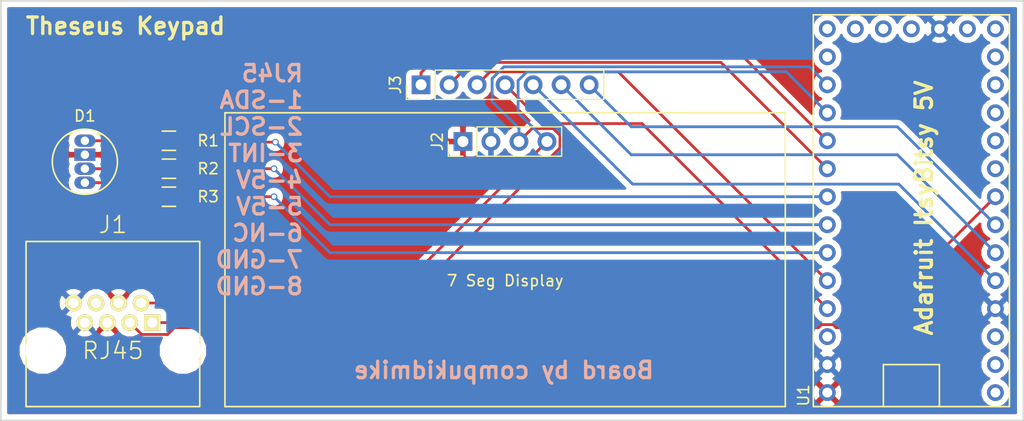
<source format=kicad_pcb>
(kicad_pcb (version 4) (host pcbnew 4.0.7)

  (general
    (links 27)
    (no_connects 0)
    (area 107.874999 77.394999 200.735001 115.645001)
    (thickness 1.6)
    (drawings 8)
    (tracks 80)
    (zones 0)
    (modules 8)
    (nets 36)
  )

  (page A4)
  (layers
    (0 F.Cu signal)
    (31 B.Cu signal)
    (32 B.Adhes user)
    (33 F.Adhes user)
    (34 B.Paste user)
    (35 F.Paste user)
    (36 B.SilkS user)
    (37 F.SilkS user)
    (38 B.Mask user)
    (39 F.Mask user)
    (40 Dwgs.User user)
    (41 Cmts.User user)
    (42 Eco1.User user)
    (43 Eco2.User user)
    (44 Edge.Cuts user)
    (45 Margin user)
    (46 B.CrtYd user)
    (47 F.CrtYd user)
    (48 B.Fab user)
    (49 F.Fab user hide)
  )

  (setup
    (last_trace_width 0.254)
    (trace_clearance 0.2)
    (zone_clearance 0.508)
    (zone_45_only no)
    (trace_min 0.2)
    (segment_width 0.2)
    (edge_width 0.15)
    (via_size 0.6)
    (via_drill 0.4)
    (via_min_size 0.4)
    (via_min_drill 0.3)
    (uvia_size 0.3)
    (uvia_drill 0.1)
    (uvias_allowed no)
    (uvia_min_size 0.2)
    (uvia_min_drill 0.1)
    (pcb_text_width 0.3)
    (pcb_text_size 1.5 1.5)
    (mod_edge_width 0.15)
    (mod_text_size 1 1)
    (mod_text_width 0.15)
    (pad_size 1.524 1.524)
    (pad_drill 0.762)
    (pad_to_mask_clearance 0.2)
    (aux_axis_origin 0 0)
    (visible_elements FFFFEF7F)
    (pcbplotparams
      (layerselection 0x010f0_80000001)
      (usegerberextensions true)
      (excludeedgelayer true)
      (linewidth 0.100000)
      (plotframeref false)
      (viasonmask false)
      (mode 1)
      (useauxorigin false)
      (hpglpennumber 1)
      (hpglpenspeed 20)
      (hpglpendiameter 15)
      (hpglpenoverlay 2)
      (psnegative false)
      (psa4output false)
      (plotreference true)
      (plotvalue true)
      (plotinvisibletext false)
      (padsonsilk false)
      (subtractmaskfromsilk false)
      (outputformat 1)
      (mirror false)
      (drillshape 0)
      (scaleselection 1)
      (outputdirectory ""))
  )

  (net 0 "")
  (net 1 +5V)
  (net 2 "Net-(D1-Pad3)")
  (net 3 "Net-(D1-Pad4)")
  (net 4 SDA)
  (net 5 SCL)
  (net 6 INT)
  (net 7 "Net-(J1-Pad6)")
  (net 8 GND)
  (net 9 KEY1)
  (net 10 KEY2)
  (net 11 KEY3)
  (net 12 KEY4)
  (net 13 KEY5)
  (net 14 KEY6)
  (net 15 KEY7)
  (net 16 LEDR)
  (net 17 LEDG)
  (net 18 LEDB)
  (net 19 "Net-(U1-Pad14)")
  (net 20 "Net-(U1-Pad13)")
  (net 21 "Net-(U1-Pad12)")
  (net 22 "Net-(U1-Pad11)")
  (net 23 "Net-(U1-Pad10)")
  (net 24 "Net-(U1-Pad9)")
  (net 25 "Net-(U1-Pad1)")
  (net 26 "Net-(U1-Pad2)")
  (net 27 "Net-(U1-Pad3)")
  (net 28 "Net-(U1-Pad31)")
  (net 29 "Net-(U1-Pad21)")
  (net 30 "Net-(U1-Pad20)")
  (net 31 "Net-(U1-Pad19)")
  (net 32 "Net-(U1-Pad18)")
  (net 33 "Net-(U1-Pad17)")
  (net 34 "Net-(U1-Pad15)")
  (net 35 "Net-(D1-Pad1)")

  (net_class Default "This is the default net class."
    (clearance 0.2)
    (trace_width 0.254)
    (via_dia 0.6)
    (via_drill 0.4)
    (uvia_dia 0.3)
    (uvia_drill 0.1)
    (add_net +5V)
    (add_net GND)
    (add_net INT)
    (add_net KEY1)
    (add_net KEY2)
    (add_net KEY3)
    (add_net KEY4)
    (add_net KEY5)
    (add_net KEY6)
    (add_net KEY7)
    (add_net LEDB)
    (add_net LEDG)
    (add_net LEDR)
    (add_net "Net-(D1-Pad1)")
    (add_net "Net-(D1-Pad3)")
    (add_net "Net-(D1-Pad4)")
    (add_net "Net-(J1-Pad6)")
    (add_net "Net-(U1-Pad1)")
    (add_net "Net-(U1-Pad10)")
    (add_net "Net-(U1-Pad11)")
    (add_net "Net-(U1-Pad12)")
    (add_net "Net-(U1-Pad13)")
    (add_net "Net-(U1-Pad14)")
    (add_net "Net-(U1-Pad15)")
    (add_net "Net-(U1-Pad17)")
    (add_net "Net-(U1-Pad18)")
    (add_net "Net-(U1-Pad19)")
    (add_net "Net-(U1-Pad2)")
    (add_net "Net-(U1-Pad20)")
    (add_net "Net-(U1-Pad21)")
    (add_net "Net-(U1-Pad3)")
    (add_net "Net-(U1-Pad31)")
    (add_net "Net-(U1-Pad9)")
    (add_net SCL)
    (add_net SDA)
  )

  (module Pin_Headers:Pin_Header_Straight_1x04_Pitch2.54mm (layer F.Cu) (tedit 5AEBC47F) (tstamp 5AEBCBBD)
    (at 153.67 90.17)
    (descr "Through hole straight pin header, 1x04, 2.54mm pitch, single row")
    (tags "Through hole pin header THT 1x04 2.54mm single row")
    (path /5AD09E8D)
    (fp_text reference J2 (at -6.154483 0.072409 90) (layer F.SilkS)
      (effects (font (size 1 1) (thickness 0.15)))
    )
    (fp_text value Conn_01x04_Female (at 0 9.95) (layer F.Fab)
      (effects (font (size 1 1) (thickness 0.15)))
    )
    (fp_text user "7 Seg Display" (at 0 12.7) (layer F.SilkS)
      (effects (font (size 1 1) (thickness 0.15)))
    )
    (fp_line (start -25.4 24.13) (end -25.4 -2.54) (layer F.SilkS) (width 0.15))
    (fp_line (start 25.4 24.13) (end -25.4 24.13) (layer F.SilkS) (width 0.15))
    (fp_line (start 25.4 -2.54) (end 25.4 24.13) (layer F.SilkS) (width 0.15))
    (fp_line (start -25.4 -2.54) (end 25.4 -2.54) (layer F.SilkS) (width 0.15))
    (fp_line (start -5.094483 0.707409) (end -5.094483 -1.197591) (layer F.Fab) (width 0.1))
    (fp_line (start -5.094483 -1.197591) (end 5.065517 -1.197591) (layer F.Fab) (width 0.1))
    (fp_line (start 5.065517 -1.197591) (end 5.065517 1.342409) (layer F.Fab) (width 0.1))
    (fp_line (start 5.065517 1.342409) (end -4.459483 1.342409) (layer F.Fab) (width 0.1))
    (fp_line (start -4.459483 1.342409) (end -5.094483 0.707409) (layer F.Fab) (width 0.1))
    (fp_line (start 5.125517 1.402409) (end 5.125517 -1.257591) (layer F.SilkS) (width 0.12))
    (fp_line (start -2.554483 1.402409) (end 5.125517 1.402409) (layer F.SilkS) (width 0.12))
    (fp_line (start -2.554483 -1.257591) (end 5.125517 -1.257591) (layer F.SilkS) (width 0.12))
    (fp_line (start -2.554483 1.402409) (end -2.554483 -1.257591) (layer F.SilkS) (width 0.12))
    (fp_line (start -3.824483 1.402409) (end -5.154483 1.402409) (layer F.SilkS) (width 0.12))
    (fp_line (start -5.154483 1.402409) (end -5.154483 0.072409) (layer F.SilkS) (width 0.12))
    (fp_line (start -1.8 -1.8) (end -1.8 9.4) (layer F.CrtYd) (width 0.05))
    (fp_line (start -1.8 9.4) (end 1.8 9.4) (layer F.CrtYd) (width 0.05))
    (fp_line (start 1.8 9.4) (end 1.8 -1.8) (layer F.CrtYd) (width 0.05))
    (fp_line (start -5.624483 -1.727591) (end -5.624483 1.872409) (layer F.CrtYd) (width 0.05))
    (fp_text user %R (at -0.014483 0.072409 180) (layer F.Fab)
      (effects (font (size 1 1) (thickness 0.15)))
    )
    (pad 1 thru_hole rect (at -3.824483 0.072409 90) (size 1.7 1.7) (drill 1) (layers *.Cu *.Mask)
      (net 1 +5V))
    (pad 2 thru_hole oval (at -1.284483 0.072409 90) (size 1.7 1.7) (drill 1) (layers *.Cu *.Mask)
      (net 8 GND))
    (pad 3 thru_hole oval (at 1.255517 0.072409 90) (size 1.7 1.7) (drill 1) (layers *.Cu *.Mask)
      (net 4 SDA))
    (pad 4 thru_hole oval (at 3.795517 0.072409 90) (size 1.7 1.7) (drill 1) (layers *.Cu *.Mask)
      (net 5 SCL))
    (model ${KISYS3DMOD}/Pin_Headers.3dshapes/Pin_Header_Straight_1x04_Pitch2.54mm.wrl
      (at (xyz 0 0 0))
      (scale (xyz 1 1 1))
      (rotate (xyz 0 0 0))
    )
  )

  (module LEDs:LED-RGB-5MM_Common_Cathode (layer F.Cu) (tedit 55A0859C) (tstamp 5AEBCBA7)
    (at 115.57 90.17)
    (descr "5mm common cathode RGB LED")
    (tags "RGB LED 5mm Common Cathode")
    (path /5AEBEBF1)
    (fp_text reference D1 (at 0 -2.25) (layer F.SilkS)
      (effects (font (size 1 1) (thickness 0.15)))
    )
    (fp_text value LED_ARGB2 (at 0 6.25) (layer F.Fab)
      (effects (font (size 1 1) (thickness 0.15)))
    )
    (fp_circle (center 0 1.905) (end 3.2 1.905) (layer F.CrtYd) (width 0.05))
    (fp_line (start -1.1 -0.595) (end -1.55 -0.595) (layer F.SilkS) (width 0.15))
    (fp_circle (center 0 1.905) (end 2.95 1.905) (layer F.SilkS) (width 0.15))
    (fp_line (start 1.1 -0.595) (end 1.55 -0.595) (layer F.SilkS) (width 0.15))
    (pad 1 thru_hole oval (at 0 0) (size 1.905 1.1176) (drill 0.762) (layers *.Cu *.Mask)
      (net 35 "Net-(D1-Pad1)"))
    (pad 2 thru_hole rect (at 0 1.27) (size 1.905 1.1176) (drill 0.762) (layers *.Cu *.Mask)
      (net 1 +5V))
    (pad 3 thru_hole oval (at 0 2.54) (size 1.905 1.1176) (drill 0.762) (layers *.Cu *.Mask)
      (net 2 "Net-(D1-Pad3)"))
    (pad 4 thru_hole oval (at 0 3.81) (size 1.905 1.1176) (drill 0.762) (layers *.Cu *.Mask)
      (net 3 "Net-(D1-Pad4)"))
  )

  (module RJ45:RJ45-8 (layer F.Cu) (tedit 5AEB9128) (tstamp 5AEBCBB5)
    (at 118.11 109.22)
    (path /5AD09F32)
    (attr virtual)
    (fp_text reference J1 (at 0 -11.43) (layer F.SilkS)
      (effects (font (thickness 0.15)))
    )
    (fp_text value RJ45 (at 0 0) (layer F.SilkS)
      (effects (font (thickness 0.15)))
    )
    (fp_line (start -7.62 -9.906) (end 7.874 -9.906) (layer F.SilkS) (width 0.15))
    (fp_line (start 7.874 -9.906) (end 7.874 5.08) (layer F.SilkS) (width 0.15))
    (fp_line (start 7.874 5.08) (end -7.874 5.08) (layer F.SilkS) (width 0.15))
    (fp_line (start -7.874 5.08) (end -7.874 -9.906) (layer F.SilkS) (width 0.15))
    (fp_line (start -7.874 -9.906) (end -7.62 -9.906) (layer F.SilkS) (width 0.15))
    (pad "" np_thru_hole circle (at -6.35 0) (size 3.2 3.2) (drill 3.2) (layers *.Cu *.Mask))
    (pad 1 thru_hole rect (at 3.57 -2.54) (size 1.5 1.5) (drill 0.9) (layers *.Cu *.Mask F.Paste F.SilkS)
      (net 4 SDA))
    (pad 2 thru_hole circle (at 2.55 -4.32) (size 1.5 1.5) (drill 0.9) (layers *.Cu *.Mask F.Paste F.SilkS)
      (net 5 SCL))
    (pad 3 thru_hole circle (at 1.53 -2.54) (size 1.5 1.5) (drill 0.9) (layers *.Cu *.Mask F.Paste F.SilkS)
      (net 6 INT))
    (pad 4 thru_hole circle (at 0.51 -4.32) (size 1.5 1.5) (drill 0.9) (layers *.Cu *.Mask F.Paste F.SilkS)
      (net 1 +5V))
    (pad 5 thru_hole circle (at -0.51 -2.54) (size 1.5 1.5) (drill 0.9) (layers *.Cu *.Mask F.Paste F.SilkS)
      (net 1 +5V))
    (pad 6 thru_hole circle (at -1.53 -4.32) (size 1.5 1.5) (drill 0.9) (layers *.Cu *.Mask F.Paste F.SilkS)
      (net 7 "Net-(J1-Pad6)"))
    (pad 7 thru_hole circle (at -2.55 -2.54) (size 1.5 1.5) (drill 0.9) (layers *.Cu *.Mask F.Paste F.SilkS)
      (net 8 GND))
    (pad 8 thru_hole circle (at -3.57 -4.32) (size 1.5 1.5) (drill 0.9) (layers *.Cu *.Mask F.Paste F.SilkS)
      (net 8 GND))
    (pad "" np_thru_hole circle (at 6.35 0) (size 3.2 3.2) (drill 3.2) (layers *.Cu *.Mask))
  )

  (module Pin_Headers:Pin_Header_Straight_1x07_Pitch2.54mm (layer F.Cu) (tedit 59650532) (tstamp 5AEBCBC8)
    (at 146.05 85.09 90)
    (descr "Through hole straight pin header, 1x07, 2.54mm pitch, single row")
    (tags "Through hole pin header THT 1x07 2.54mm single row")
    (path /5AD09E34)
    (fp_text reference J3 (at 0 -2.33 90) (layer F.SilkS)
      (effects (font (size 1 1) (thickness 0.15)))
    )
    (fp_text value Conn_01x07_Male (at 0 17.57 90) (layer F.Fab)
      (effects (font (size 1 1) (thickness 0.15)))
    )
    (fp_line (start -0.635 -1.27) (end 1.27 -1.27) (layer F.Fab) (width 0.1))
    (fp_line (start 1.27 -1.27) (end 1.27 16.51) (layer F.Fab) (width 0.1))
    (fp_line (start 1.27 16.51) (end -1.27 16.51) (layer F.Fab) (width 0.1))
    (fp_line (start -1.27 16.51) (end -1.27 -0.635) (layer F.Fab) (width 0.1))
    (fp_line (start -1.27 -0.635) (end -0.635 -1.27) (layer F.Fab) (width 0.1))
    (fp_line (start -1.33 16.57) (end 1.33 16.57) (layer F.SilkS) (width 0.12))
    (fp_line (start -1.33 1.27) (end -1.33 16.57) (layer F.SilkS) (width 0.12))
    (fp_line (start 1.33 1.27) (end 1.33 16.57) (layer F.SilkS) (width 0.12))
    (fp_line (start -1.33 1.27) (end 1.33 1.27) (layer F.SilkS) (width 0.12))
    (fp_line (start -1.33 0) (end -1.33 -1.33) (layer F.SilkS) (width 0.12))
    (fp_line (start -1.33 -1.33) (end 0 -1.33) (layer F.SilkS) (width 0.12))
    (fp_line (start -1.8 -1.8) (end -1.8 17.05) (layer F.CrtYd) (width 0.05))
    (fp_line (start -1.8 17.05) (end 1.8 17.05) (layer F.CrtYd) (width 0.05))
    (fp_line (start 1.8 17.05) (end 1.8 -1.8) (layer F.CrtYd) (width 0.05))
    (fp_line (start 1.8 -1.8) (end -1.8 -1.8) (layer F.CrtYd) (width 0.05))
    (fp_text user %R (at 0 7.62 180) (layer F.Fab)
      (effects (font (size 1 1) (thickness 0.15)))
    )
    (pad 1 thru_hole rect (at 0 0 90) (size 1.7 1.7) (drill 1) (layers *.Cu *.Mask)
      (net 9 KEY1))
    (pad 2 thru_hole oval (at 0 2.54 90) (size 1.7 1.7) (drill 1) (layers *.Cu *.Mask)
      (net 10 KEY2))
    (pad 3 thru_hole oval (at 0 5.08 90) (size 1.7 1.7) (drill 1) (layers *.Cu *.Mask)
      (net 11 KEY3))
    (pad 4 thru_hole oval (at 0 7.62 90) (size 1.7 1.7) (drill 1) (layers *.Cu *.Mask)
      (net 12 KEY4))
    (pad 5 thru_hole oval (at 0 10.16 90) (size 1.7 1.7) (drill 1) (layers *.Cu *.Mask)
      (net 13 KEY5))
    (pad 6 thru_hole oval (at 0 12.7 90) (size 1.7 1.7) (drill 1) (layers *.Cu *.Mask)
      (net 14 KEY6))
    (pad 7 thru_hole oval (at 0 15.24 90) (size 1.7 1.7) (drill 1) (layers *.Cu *.Mask)
      (net 15 KEY7))
    (model ${KISYS3DMOD}/Pin_Headers.3dshapes/Pin_Header_Straight_1x07_Pitch2.54mm.wrl
      (at (xyz 0 0 0))
      (scale (xyz 1 1 1))
      (rotate (xyz 0 0 0))
    )
  )

  (module Resistors_SMD:R_0805_HandSoldering (layer F.Cu) (tedit 58307B90) (tstamp 5AEBCBCE)
    (at 123.19 90.17)
    (descr "Resistor SMD 0805, hand soldering")
    (tags "resistor 0805")
    (path /5AD0A0FA)
    (attr smd)
    (fp_text reference R1 (at 3.556 0) (layer F.SilkS)
      (effects (font (size 1 1) (thickness 0.15)))
    )
    (fp_text value R (at 0 2.1) (layer F.Fab)
      (effects (font (size 1 1) (thickness 0.15)))
    )
    (fp_line (start -1 0.625) (end -1 -0.625) (layer F.Fab) (width 0.1))
    (fp_line (start 1 0.625) (end -1 0.625) (layer F.Fab) (width 0.1))
    (fp_line (start 1 -0.625) (end 1 0.625) (layer F.Fab) (width 0.1))
    (fp_line (start -1 -0.625) (end 1 -0.625) (layer F.Fab) (width 0.1))
    (fp_line (start -2.4 -1) (end 2.4 -1) (layer F.CrtYd) (width 0.05))
    (fp_line (start -2.4 1) (end 2.4 1) (layer F.CrtYd) (width 0.05))
    (fp_line (start -2.4 -1) (end -2.4 1) (layer F.CrtYd) (width 0.05))
    (fp_line (start 2.4 -1) (end 2.4 1) (layer F.CrtYd) (width 0.05))
    (fp_line (start 0.6 0.875) (end -0.6 0.875) (layer F.SilkS) (width 0.15))
    (fp_line (start -0.6 -0.875) (end 0.6 -0.875) (layer F.SilkS) (width 0.15))
    (pad 1 smd rect (at -1.35 0) (size 1.5 1.3) (layers F.Cu F.Paste F.Mask)
      (net 35 "Net-(D1-Pad1)"))
    (pad 2 smd rect (at 1.35 0) (size 1.5 1.3) (layers F.Cu F.Paste F.Mask)
      (net 16 LEDR))
    (model Resistors_SMD.3dshapes/R_0805_HandSoldering.wrl
      (at (xyz 0 0 0))
      (scale (xyz 1 1 1))
      (rotate (xyz 0 0 0))
    )
  )

  (module Resistors_SMD:R_0805_HandSoldering (layer F.Cu) (tedit 58307B90) (tstamp 5AEBCBD4)
    (at 123.19 92.71)
    (descr "Resistor SMD 0805, hand soldering")
    (tags "resistor 0805")
    (path /5AD0A196)
    (attr smd)
    (fp_text reference R2 (at 3.556 0) (layer F.SilkS)
      (effects (font (size 1 1) (thickness 0.15)))
    )
    (fp_text value R (at 0 2.1) (layer F.Fab)
      (effects (font (size 1 1) (thickness 0.15)))
    )
    (fp_line (start -1 0.625) (end -1 -0.625) (layer F.Fab) (width 0.1))
    (fp_line (start 1 0.625) (end -1 0.625) (layer F.Fab) (width 0.1))
    (fp_line (start 1 -0.625) (end 1 0.625) (layer F.Fab) (width 0.1))
    (fp_line (start -1 -0.625) (end 1 -0.625) (layer F.Fab) (width 0.1))
    (fp_line (start -2.4 -1) (end 2.4 -1) (layer F.CrtYd) (width 0.05))
    (fp_line (start -2.4 1) (end 2.4 1) (layer F.CrtYd) (width 0.05))
    (fp_line (start -2.4 -1) (end -2.4 1) (layer F.CrtYd) (width 0.05))
    (fp_line (start 2.4 -1) (end 2.4 1) (layer F.CrtYd) (width 0.05))
    (fp_line (start 0.6 0.875) (end -0.6 0.875) (layer F.SilkS) (width 0.15))
    (fp_line (start -0.6 -0.875) (end 0.6 -0.875) (layer F.SilkS) (width 0.15))
    (pad 1 smd rect (at -1.35 0) (size 1.5 1.3) (layers F.Cu F.Paste F.Mask)
      (net 2 "Net-(D1-Pad3)"))
    (pad 2 smd rect (at 1.35 0) (size 1.5 1.3) (layers F.Cu F.Paste F.Mask)
      (net 17 LEDG))
    (model Resistors_SMD.3dshapes/R_0805_HandSoldering.wrl
      (at (xyz 0 0 0))
      (scale (xyz 1 1 1))
      (rotate (xyz 0 0 0))
    )
  )

  (module Resistors_SMD:R_0805_HandSoldering (layer F.Cu) (tedit 58307B90) (tstamp 5AEBCBDA)
    (at 123.19 95.25)
    (descr "Resistor SMD 0805, hand soldering")
    (tags "resistor 0805")
    (path /5AD0A1BB)
    (attr smd)
    (fp_text reference R3 (at 3.556 0) (layer F.SilkS)
      (effects (font (size 1 1) (thickness 0.15)))
    )
    (fp_text value R (at 0 2.1) (layer F.Fab)
      (effects (font (size 1 1) (thickness 0.15)))
    )
    (fp_line (start -1 0.625) (end -1 -0.625) (layer F.Fab) (width 0.1))
    (fp_line (start 1 0.625) (end -1 0.625) (layer F.Fab) (width 0.1))
    (fp_line (start 1 -0.625) (end 1 0.625) (layer F.Fab) (width 0.1))
    (fp_line (start -1 -0.625) (end 1 -0.625) (layer F.Fab) (width 0.1))
    (fp_line (start -2.4 -1) (end 2.4 -1) (layer F.CrtYd) (width 0.05))
    (fp_line (start -2.4 1) (end 2.4 1) (layer F.CrtYd) (width 0.05))
    (fp_line (start -2.4 -1) (end -2.4 1) (layer F.CrtYd) (width 0.05))
    (fp_line (start 2.4 -1) (end 2.4 1) (layer F.CrtYd) (width 0.05))
    (fp_line (start 0.6 0.875) (end -0.6 0.875) (layer F.SilkS) (width 0.15))
    (fp_line (start -0.6 -0.875) (end 0.6 -0.875) (layer F.SilkS) (width 0.15))
    (pad 1 smd rect (at -1.35 0) (size 1.5 1.3) (layers F.Cu F.Paste F.Mask)
      (net 3 "Net-(D1-Pad4)"))
    (pad 2 smd rect (at 1.35 0) (size 1.5 1.3) (layers F.Cu F.Paste F.Mask)
      (net 18 LEDB))
    (model Resistors_SMD.3dshapes/R_0805_HandSoldering.wrl
      (at (xyz 0 0 0))
      (scale (xyz 1 1 1))
      (rotate (xyz 0 0 0))
    )
  )

  (module ItsyBitsy:ItsyBitsy (layer F.Cu) (tedit 5AEBC260) (tstamp 5AEBCBFF)
    (at 190.5 96.52 90)
    (path /5AEBC7BF)
    (fp_text reference U1 (at -16.764 -9.779 90) (layer F.SilkS)
      (effects (font (size 1 1) (thickness 0.15)))
    )
    (fp_text value ItsyBitsy (at 0 0 90) (layer F.Fab)
      (effects (font (size 1 1) (thickness 0.15)))
    )
    (fp_line (start -13.97 2.54) (end -17.78 2.54) (layer F.SilkS) (width 0.15))
    (fp_line (start -13.97 -2.54) (end -13.97 2.54) (layer F.SilkS) (width 0.15))
    (fp_line (start -17.78 -2.54) (end -13.97 -2.54) (layer F.SilkS) (width 0.15))
    (fp_line (start -17.78 8.89) (end -17.78 -8.89) (layer F.SilkS) (width 0.15))
    (fp_line (start 17.78 8.89) (end -17.78 8.89) (layer F.SilkS) (width 0.15))
    (fp_line (start 17.78 -8.89) (end 17.78 8.89) (layer F.SilkS) (width 0.15))
    (fp_line (start -17.78 -8.89) (end 17.78 -8.89) (layer F.SilkS) (width 0.15))
    (pad 14 thru_hole circle (at 16.51 7.62 90) (size 1.524 1.524) (drill 0.9) (layers *.Cu *.Mask)
      (net 19 "Net-(U1-Pad14)"))
    (pad 13 thru_hole circle (at 13.97 7.62 90) (size 1.524 1.524) (drill 0.9) (layers *.Cu *.Mask)
      (net 20 "Net-(U1-Pad13)"))
    (pad 12 thru_hole circle (at 11.43 7.62 90) (size 1.524 1.524) (drill 0.9) (layers *.Cu *.Mask)
      (net 21 "Net-(U1-Pad12)"))
    (pad 11 thru_hole circle (at 8.89 7.62 90) (size 1.524 1.524) (drill 0.9) (layers *.Cu *.Mask)
      (net 22 "Net-(U1-Pad11)"))
    (pad 10 thru_hole circle (at 6.35 7.62 90) (size 1.524 1.524) (drill 0.9) (layers *.Cu *.Mask)
      (net 23 "Net-(U1-Pad10)"))
    (pad 9 thru_hole circle (at 3.81 7.62 90) (size 1.524 1.524) (drill 0.9) (layers *.Cu *.Mask)
      (net 24 "Net-(U1-Pad9)"))
    (pad 8 thru_hole circle (at 1.27 7.62 90) (size 1.524 1.524) (drill 0.9) (layers *.Cu *.Mask)
      (net 6 INT))
    (pad 1 thru_hole circle (at -16.51 7.62 90) (size 1.524 1.524) (drill 0.9) (layers *.Cu *.Mask)
      (net 25 "Net-(U1-Pad1)"))
    (pad 2 thru_hole circle (at -13.97 7.62 90) (size 1.524 1.524) (drill 0.9) (layers *.Cu *.Mask)
      (net 26 "Net-(U1-Pad2)"))
    (pad 3 thru_hole circle (at -11.43 7.62 90) (size 1.524 1.524) (drill 0.9) (layers *.Cu *.Mask)
      (net 27 "Net-(U1-Pad3)"))
    (pad 4 thru_hole circle (at -8.89 7.62 90) (size 1.524 1.524) (drill 0.9) (layers *.Cu *.Mask)
      (net 8 GND))
    (pad 5 thru_hole circle (at -6.35 7.62 90) (size 1.524 1.524) (drill 0.9) (layers *.Cu *.Mask)
      (net 13 KEY5))
    (pad 6 thru_hole circle (at -3.81 7.62 90) (size 1.524 1.524) (drill 0.9) (layers *.Cu *.Mask)
      (net 14 KEY6))
    (pad 7 thru_hole circle (at -1.27 7.62 90) (size 1.524 1.524) (drill 0.9) (layers *.Cu *.Mask)
      (net 15 KEY7))
    (pad 27 thru_hole circle (at -1.27 -7.62 90) (size 1.524 1.524) (drill 0.9) (layers *.Cu *.Mask)
      (net 17 LEDG))
    (pad 28 thru_hole circle (at -3.81 -7.62 90) (size 1.524 1.524) (drill 0.9) (layers *.Cu *.Mask)
      (net 18 LEDB))
    (pad 29 thru_hole circle (at -6.35 -7.62 90) (size 1.524 1.524) (drill 0.9) (layers *.Cu *.Mask)
      (net 11 KEY3))
    (pad 30 thru_hole circle (at -8.89 -7.62 90) (size 1.524 1.524) (drill 0.9) (layers *.Cu *.Mask)
      (net 12 KEY4))
    (pad 31 thru_hole circle (at -11.43 -7.62 90) (size 1.524 1.524) (drill 0.9) (layers *.Cu *.Mask)
      (net 28 "Net-(U1-Pad31)"))
    (pad 32 thru_hole circle (at -13.97 -7.62 90) (size 1.524 1.524) (drill 0.9) (layers *.Cu *.Mask)
      (net 8 GND))
    (pad 33 thru_hole circle (at -16.51 -7.62 90) (size 1.524 1.524) (drill 0.9) (layers *.Cu *.Mask)
      (net 1 +5V))
    (pad 26 thru_hole circle (at 1.27 -7.62 90) (size 1.524 1.524) (drill 0.9) (layers *.Cu *.Mask)
      (net 16 LEDR))
    (pad 25 thru_hole circle (at 3.81 -7.62 90) (size 1.524 1.524) (drill 0.9) (layers *.Cu *.Mask)
      (net 10 KEY2))
    (pad 24 thru_hole circle (at 6.35 -7.62 90) (size 1.524 1.524) (drill 0.9) (layers *.Cu *.Mask)
      (net 9 KEY1))
    (pad 23 thru_hole circle (at 8.89 -7.62 90) (size 1.524 1.524) (drill 0.9) (layers *.Cu *.Mask)
      (net 5 SCL))
    (pad 22 thru_hole circle (at 11.43 -7.62 90) (size 1.524 1.524) (drill 0.9) (layers *.Cu *.Mask)
      (net 4 SDA))
    (pad 21 thru_hole circle (at 13.97 -7.62 90) (size 1.524 1.524) (drill 0.9) (layers *.Cu *.Mask)
      (net 29 "Net-(U1-Pad21)"))
    (pad 20 thru_hole circle (at 16.51 -7.62 90) (size 1.524 1.524) (drill 0.9) (layers *.Cu *.Mask)
      (net 30 "Net-(U1-Pad20)"))
    (pad 19 thru_hole circle (at 16.51 -5.08 90) (size 1.524 1.524) (drill 0.9) (layers *.Cu *.Mask)
      (net 31 "Net-(U1-Pad19)"))
    (pad 18 thru_hole circle (at 16.51 -2.54 90) (size 1.524 1.524) (drill 0.9) (layers *.Cu *.Mask)
      (net 32 "Net-(U1-Pad18)"))
    (pad 17 thru_hole circle (at 16.51 0 90) (size 1.524 1.524) (drill 0.9) (layers *.Cu *.Mask)
      (net 33 "Net-(U1-Pad17)"))
    (pad 16 thru_hole circle (at 16.51 2.54 90) (size 1.524 1.524) (drill 0.9) (layers *.Cu *.Mask)
      (net 8 GND))
    (pad 15 thru_hole circle (at 16.51 5.08 90) (size 1.524 1.524) (drill 0.9) (layers *.Cu *.Mask)
      (net 34 "Net-(U1-Pad15)"))
  )

  (gr_text "Board by compukidmike" (at 153.543 110.998) (layer B.SilkS)
    (effects (font (size 1.5 1.5) (thickness 0.3)) (justify mirror))
  )
  (gr_text "RJ45\n1-SDA\n2-SCL\n3-INT\n4-5V\n5-5V\n6-NC\n7-GND\n8-GND" (at 135.509 93.726) (layer B.SilkS)
    (effects (font (size 1.5 1.5) (thickness 0.3)) (justify left mirror))
  )
  (gr_text "Adafruit ItsyBitsy 5V" (at 191.643 96.266 90) (layer F.SilkS)
    (effects (font (size 1.5 1.5) (thickness 0.3)))
  )
  (gr_text "Theseus Keypad" (at 119.253 79.756) (layer F.SilkS)
    (effects (font (size 1.5 1.5) (thickness 0.3)))
  )
  (gr_line (start 200.66 77.47) (end 200.66 115.57) (angle 90) (layer Edge.Cuts) (width 0.15))
  (gr_line (start 107.95 77.47) (end 200.66 77.47) (angle 90) (layer Edge.Cuts) (width 0.15))
  (gr_line (start 107.95 115.57) (end 107.95 77.47) (angle 90) (layer Edge.Cuts) (width 0.15))
  (gr_line (start 200.66 115.57) (end 107.95 115.57) (angle 90) (layer Edge.Cuts) (width 0.15))

  (segment (start 115.57 92.71) (end 121.84 92.71) (width 0.254) (layer F.Cu) (net 2))
  (segment (start 118.11 93.98) (end 119.38 95.25) (width 0.254) (layer F.Cu) (net 3))
  (segment (start 119.38 95.25) (end 121.84 95.25) (width 0.254) (layer F.Cu) (net 3))
  (segment (start 115.57 93.98) (end 118.11 93.98) (width 0.254) (layer F.Cu) (net 3))
  (segment (start 154.925517 90.242409) (end 154.925517 89.040328) (width 0.254) (layer B.Cu) (net 4))
  (segment (start 152.492999 84.525039) (end 153.559049 83.458989) (width 0.254) (layer B.Cu) (net 4))
  (segment (start 154.925517 89.040328) (end 152.492999 86.60781) (width 0.254) (layer B.Cu) (net 4))
  (segment (start 152.492999 86.60781) (end 152.492999 84.525039) (width 0.254) (layer B.Cu) (net 4))
  (segment (start 153.559049 83.458989) (end 181.248989 83.458989) (width 0.254) (layer B.Cu) (net 4))
  (segment (start 181.248989 83.458989) (end 182.118001 84.328001) (width 0.254) (layer B.Cu) (net 4))
  (segment (start 182.118001 84.328001) (end 182.88 85.09) (width 0.254) (layer B.Cu) (net 4))
  (segment (start 121.68 106.68) (end 142.769888 106.68) (width 0.254) (layer F.Cu) (net 4))
  (segment (start 158.642518 89.677448) (end 158.030478 89.065408) (width 0.254) (layer F.Cu) (net 4))
  (segment (start 142.769888 106.68) (end 158.642518 90.80737) (width 0.254) (layer F.Cu) (net 4))
  (segment (start 158.642518 90.80737) (end 158.642518 89.677448) (width 0.254) (layer F.Cu) (net 4))
  (segment (start 158.030478 89.065408) (end 156.102518 89.065408) (width 0.254) (layer F.Cu) (net 4))
  (segment (start 156.102518 89.065408) (end 155.775516 89.39241) (width 0.254) (layer F.Cu) (net 4))
  (segment (start 155.775516 89.39241) (end 154.925517 90.242409) (width 0.254) (layer F.Cu) (net 4))
  (segment (start 157.465517 90.242409) (end 154.847001 87.623893) (width 0.254) (layer B.Cu) (net 5))
  (segment (start 154.847001 87.623893) (end 154.847001 84.711037) (width 0.254) (layer B.Cu) (net 5))
  (segment (start 154.847001 84.711037) (end 155.645039 83.912999) (width 0.254) (layer B.Cu) (net 5))
  (segment (start 155.645039 83.912999) (end 179.162999 83.912999) (width 0.254) (layer B.Cu) (net 5))
  (segment (start 179.162999 83.912999) (end 182.118001 86.868001) (width 0.254) (layer B.Cu) (net 5))
  (segment (start 182.118001 86.868001) (end 182.88 87.63) (width 0.254) (layer B.Cu) (net 5))
  (segment (start 120.66 104.9) (end 142.807926 104.9) (width 0.254) (layer F.Cu) (net 5))
  (segment (start 142.807926 104.9) (end 157.465517 90.242409) (width 0.254) (layer F.Cu) (net 5))
  (segment (start 119.64 106.68) (end 120.717001 107.757001) (width 0.254) (layer F.Cu) (net 6))
  (segment (start 189.410999 104.086001) (end 189.410999 103.959001) (width 0.254) (layer F.Cu) (net 6))
  (segment (start 120.717001 107.757001) (end 123.071037 107.757001) (width 0.254) (layer F.Cu) (net 6))
  (segment (start 123.071037 107.757001) (end 123.694028 107.13401) (width 0.254) (layer F.Cu) (net 6))
  (segment (start 123.694028 107.13401) (end 182.084268 107.13401) (width 0.254) (layer F.Cu) (net 6))
  (segment (start 183.402721 106.860999) (end 183.675732 107.13401) (width 0.254) (layer F.Cu) (net 6))
  (segment (start 182.084268 107.13401) (end 182.357279 106.860999) (width 0.254) (layer F.Cu) (net 6))
  (segment (start 182.357279 106.860999) (end 183.402721 106.860999) (width 0.254) (layer F.Cu) (net 6))
  (segment (start 183.675732 107.13401) (end 186.36299 107.13401) (width 0.254) (layer F.Cu) (net 6))
  (segment (start 186.36299 107.13401) (end 189.410999 104.086001) (width 0.254) (layer F.Cu) (net 6))
  (segment (start 189.410999 103.959001) (end 197.358001 96.011999) (width 0.254) (layer F.Cu) (net 6))
  (segment (start 197.358001 96.011999) (end 198.12 95.25) (width 0.254) (layer F.Cu) (net 6))
  (segment (start 182.88 90.17) (end 175.31399 82.60399) (width 0.254) (layer F.Cu) (net 9))
  (segment (start 175.31399 82.60399) (end 147.43201 82.60399) (width 0.254) (layer F.Cu) (net 9))
  (segment (start 147.43201 82.60399) (end 146.05 83.986) (width 0.254) (layer F.Cu) (net 9))
  (segment (start 146.05 83.986) (end 146.05 85.09) (width 0.254) (layer F.Cu) (net 9))
  (segment (start 182.88 92.71) (end 173.228 83.058) (width 0.254) (layer F.Cu) (net 10))
  (segment (start 173.228 83.058) (end 150.622 83.058) (width 0.254) (layer F.Cu) (net 10))
  (segment (start 150.622 83.058) (end 149.439999 84.240001) (width 0.254) (layer F.Cu) (net 10))
  (segment (start 149.439999 84.240001) (end 148.59 85.09) (width 0.254) (layer F.Cu) (net 10))
  (segment (start 182.88 102.87) (end 163.922999 83.912999) (width 0.254) (layer F.Cu) (net 11))
  (segment (start 163.922999 83.912999) (end 152.307001 83.912999) (width 0.254) (layer F.Cu) (net 11))
  (segment (start 152.307001 83.912999) (end 151.979999 84.240001) (width 0.254) (layer F.Cu) (net 11))
  (segment (start 151.979999 84.240001) (end 151.13 85.09) (width 0.254) (layer F.Cu) (net 11))
  (segment (start 182.88 105.41) (end 166.081398 88.611398) (width 0.254) (layer F.Cu) (net 12))
  (segment (start 166.081398 88.611398) (end 157.191398 88.611398) (width 0.254) (layer F.Cu) (net 12))
  (segment (start 157.191398 88.611398) (end 154.519999 85.939999) (width 0.254) (layer F.Cu) (net 12))
  (segment (start 154.519999 85.939999) (end 153.67 85.09) (width 0.254) (layer F.Cu) (net 12))
  (segment (start 198.12 102.87) (end 189.357 94.107) (width 0.254) (layer B.Cu) (net 13))
  (segment (start 189.357 94.107) (end 165.227 94.107) (width 0.254) (layer B.Cu) (net 13))
  (segment (start 165.227 94.107) (end 157.059999 85.939999) (width 0.254) (layer B.Cu) (net 13))
  (segment (start 157.059999 85.939999) (end 156.21 85.09) (width 0.254) (layer B.Cu) (net 13))
  (segment (start 198.12 100.33) (end 189.23 91.44) (width 0.254) (layer B.Cu) (net 14))
  (segment (start 189.23 91.44) (end 165.1 91.44) (width 0.254) (layer B.Cu) (net 14))
  (segment (start 165.1 91.44) (end 159.599999 85.939999) (width 0.254) (layer B.Cu) (net 14))
  (segment (start 159.599999 85.939999) (end 158.75 85.09) (width 0.254) (layer B.Cu) (net 14))
  (segment (start 198.12 97.79) (end 189.23 88.9) (width 0.254) (layer B.Cu) (net 15))
  (segment (start 189.23 88.9) (end 165.1 88.9) (width 0.254) (layer B.Cu) (net 15))
  (segment (start 165.1 88.9) (end 162.139999 85.939999) (width 0.254) (layer B.Cu) (net 15))
  (segment (start 162.139999 85.939999) (end 161.29 85.09) (width 0.254) (layer B.Cu) (net 15))
  (segment (start 132.842 90.297) (end 124.667 90.297) (width 0.254) (layer F.Cu) (net 16))
  (segment (start 124.667 90.297) (end 124.54 90.17) (width 0.254) (layer F.Cu) (net 16))
  (segment (start 182.88 95.25) (end 137.795 95.25) (width 0.254) (layer B.Cu) (net 16))
  (segment (start 137.795 95.25) (end 132.842 90.297) (width 0.254) (layer B.Cu) (net 16))
  (via (at 132.842 90.297) (size 0.6) (drill 0.4) (layers F.Cu B.Cu) (net 16))
  (segment (start 132.715 92.71) (end 137.795 97.79) (width 0.254) (layer B.Cu) (net 17))
  (segment (start 137.795 97.79) (end 182.88 97.79) (width 0.254) (layer B.Cu) (net 17))
  (segment (start 124.54 92.71) (end 132.715 92.71) (width 0.254) (layer F.Cu) (net 17))
  (via (at 132.715 92.71) (size 0.6) (drill 0.4) (layers F.Cu B.Cu) (net 17))
  (segment (start 132.715 95.25) (end 124.54 95.25) (width 0.254) (layer F.Cu) (net 18))
  (segment (start 182.88 100.33) (end 137.795 100.33) (width 0.254) (layer B.Cu) (net 18))
  (segment (start 137.795 100.33) (end 132.715 95.25) (width 0.254) (layer B.Cu) (net 18))
  (via (at 132.715 95.25) (size 0.6) (drill 0.4) (layers F.Cu B.Cu) (net 18))
  (segment (start 115.57 90.17) (end 121.84 90.17) (width 0.254) (layer F.Cu) (net 35))

  (zone (net 8) (net_name GND) (layer B.Cu) (tstamp 0) (hatch edge 0.508)
    (connect_pads (clearance 0.508))
    (min_thickness 0.254)
    (fill yes (arc_segments 16) (thermal_gap 0.508) (thermal_bridge_width 0.508))
    (polygon
      (pts
        (xy 107.95 77.47) (xy 200.66 77.47) (xy 200.66 115.57) (xy 107.95 115.57)
      )
    )
    (filled_polygon
      (pts
        (xy 199.95 114.86) (xy 108.66 114.86) (xy 108.66 113.306661) (xy 181.482758 113.306661) (xy 181.69499 113.820303)
        (xy 182.08763 114.213629) (xy 182.6009 114.426757) (xy 183.156661 114.427242) (xy 183.670303 114.21501) (xy 184.063629 113.82237)
        (xy 184.276757 113.3091) (xy 184.277242 112.753339) (xy 184.06501 112.239697) (xy 183.67237 111.846371) (xy 183.480273 111.766605)
        (xy 183.611143 111.712397) (xy 183.680608 111.470213) (xy 182.88 110.669605) (xy 182.079392 111.470213) (xy 182.148857 111.712397)
        (xy 182.289318 111.762509) (xy 182.089697 111.84499) (xy 181.696371 112.23763) (xy 181.483243 112.7509) (xy 181.482758 113.306661)
        (xy 108.66 113.306661) (xy 108.66 109.662619) (xy 109.524613 109.662619) (xy 109.864155 110.484372) (xy 110.492321 111.113636)
        (xy 111.313481 111.454611) (xy 112.202619 111.455387) (xy 113.024372 111.115845) (xy 113.653636 110.487679) (xy 113.994611 109.666519)
        (xy 113.995387 108.777381) (xy 113.655845 107.955628) (xy 113.352265 107.651517) (xy 114.768088 107.651517) (xy 114.836077 107.89246)
        (xy 115.355171 108.077201) (xy 115.905448 108.04923) (xy 116.283923 107.89246) (xy 116.351912 107.651517) (xy 115.56 106.859605)
        (xy 114.768088 107.651517) (xy 113.352265 107.651517) (xy 113.027679 107.326364) (xy 112.206519 106.985389) (xy 111.317381 106.984613)
        (xy 110.495628 107.324155) (xy 109.866364 107.952321) (xy 109.525389 108.773481) (xy 109.524613 109.662619) (xy 108.66 109.662619)
        (xy 108.66 105.871517) (xy 113.748088 105.871517) (xy 113.816077 106.11246) (xy 114.238395 106.262759) (xy 114.162799 106.475171)
        (xy 114.19077 107.025448) (xy 114.34754 107.403923) (xy 114.588483 107.471912) (xy 115.380395 106.68) (xy 115.366253 106.665858)
        (xy 115.545858 106.486253) (xy 115.56 106.500395) (xy 115.574143 106.486253) (xy 115.753748 106.665858) (xy 115.739605 106.68)
        (xy 116.356199 107.296594) (xy 116.425169 107.463515) (xy 116.814436 107.853461) (xy 117.323298 108.064759) (xy 117.874285 108.06524)
        (xy 118.383515 107.854831) (xy 118.620071 107.618687) (xy 118.854436 107.853461) (xy 119.363298 108.064759) (xy 119.914285 108.06524)
        (xy 120.423515 107.854831) (xy 120.438903 107.83947) (xy 120.46591 107.881441) (xy 120.67811 108.026431) (xy 120.93 108.07744)
        (xy 122.43 108.07744) (xy 122.521564 108.060211) (xy 122.225389 108.773481) (xy 122.224613 109.662619) (xy 122.564155 110.484372)
        (xy 123.192321 111.113636) (xy 124.013481 111.454611) (xy 124.902619 111.455387) (xy 125.724372 111.115845) (xy 126.353636 110.487679)
        (xy 126.438915 110.282302) (xy 181.470856 110.282302) (xy 181.498638 110.837368) (xy 181.657603 111.221143) (xy 181.899787 111.290608)
        (xy 182.700395 110.49) (xy 183.059605 110.49) (xy 183.860213 111.290608) (xy 184.102397 111.221143) (xy 184.289144 110.697698)
        (xy 184.261362 110.142632) (xy 184.102397 109.758857) (xy 183.860213 109.689392) (xy 183.059605 110.49) (xy 182.700395 110.49)
        (xy 181.899787 109.689392) (xy 181.657603 109.758857) (xy 181.470856 110.282302) (xy 126.438915 110.282302) (xy 126.694611 109.666519)
        (xy 126.695387 108.777381) (xy 126.355845 107.955628) (xy 125.727679 107.326364) (xy 124.906519 106.985389) (xy 124.017381 106.984613)
        (xy 123.195628 107.324155) (xy 123.07436 107.445212) (xy 123.07744 107.43) (xy 123.07744 105.93) (xy 123.033162 105.694683)
        (xy 122.89409 105.478559) (xy 122.68189 105.333569) (xy 122.43 105.28256) (xy 122.000803 105.28256) (xy 122.044759 105.176702)
        (xy 122.04524 104.625715) (xy 121.834831 104.116485) (xy 121.445564 103.726539) (xy 120.936702 103.515241) (xy 120.385715 103.51476)
        (xy 119.876485 103.725169) (xy 119.639929 103.961313) (xy 119.405564 103.726539) (xy 118.896702 103.515241) (xy 118.345715 103.51476)
        (xy 117.836485 103.725169) (xy 117.599929 103.961313) (xy 117.365564 103.726539) (xy 116.856702 103.515241) (xy 116.305715 103.51476)
        (xy 115.796485 103.725169) (xy 115.406539 104.114436) (xy 115.336503 104.283102) (xy 114.719605 104.9) (xy 114.733748 104.914143)
        (xy 114.554143 105.093748) (xy 114.54 105.079605) (xy 113.748088 105.871517) (xy 108.66 105.871517) (xy 108.66 104.695171)
        (xy 113.142799 104.695171) (xy 113.17077 105.245448) (xy 113.32754 105.623923) (xy 113.568483 105.691912) (xy 114.360395 104.9)
        (xy 113.568483 104.108088) (xy 113.32754 104.176077) (xy 113.142799 104.695171) (xy 108.66 104.695171) (xy 108.66 103.928483)
        (xy 113.748088 103.928483) (xy 114.54 104.720395) (xy 115.331912 103.928483) (xy 115.263923 103.68754) (xy 114.744829 103.502799)
        (xy 114.194552 103.53077) (xy 113.816077 103.68754) (xy 113.748088 103.928483) (xy 108.66 103.928483) (xy 108.66 90.17)
        (xy 113.951399 90.17) (xy 114.037871 90.60472) (xy 114.021069 90.62931) (xy 113.97006 90.8812) (xy 113.97006 91.9988)
        (xy 114.014338 92.234117) (xy 114.038568 92.271772) (xy 113.951399 92.71) (xy 114.042272 93.166847) (xy 114.16131 93.345)
        (xy 114.042272 93.523153) (xy 113.951399 93.98) (xy 114.042272 94.436847) (xy 114.301055 94.824144) (xy 114.688352 95.082927)
        (xy 115.145199 95.1738) (xy 115.994801 95.1738) (xy 116.451648 95.082927) (xy 116.838945 94.824144) (xy 117.097728 94.436847)
        (xy 117.188601 93.98) (xy 117.097728 93.523153) (xy 116.97869 93.345) (xy 117.097728 93.166847) (xy 117.151768 92.895167)
        (xy 131.779838 92.895167) (xy 131.921883 93.238943) (xy 132.184673 93.502192) (xy 132.528201 93.644838) (xy 132.572246 93.644876)
        (xy 137.256185 98.328815) (xy 137.503395 98.493996) (xy 137.795 98.552) (xy 181.683295 98.552) (xy 181.69499 98.580303)
        (xy 182.08763 98.973629) (xy 182.295512 99.059949) (xy 182.089697 99.14499) (xy 181.696371 99.53763) (xy 181.68376 99.568)
        (xy 138.11063 99.568) (xy 133.650125 95.107495) (xy 133.650162 95.064833) (xy 133.508117 94.721057) (xy 133.245327 94.457808)
        (xy 132.901799 94.315162) (xy 132.529833 94.314838) (xy 132.186057 94.456883) (xy 131.922808 94.719673) (xy 131.780162 95.063201)
        (xy 131.779838 95.435167) (xy 131.921883 95.778943) (xy 132.184673 96.042192) (xy 132.528201 96.184838) (xy 132.572246 96.184876)
        (xy 137.256185 100.868815) (xy 137.503395 101.033996) (xy 137.795 101.092) (xy 181.683295 101.092) (xy 181.69499 101.120303)
        (xy 182.08763 101.513629) (xy 182.295512 101.599949) (xy 182.089697 101.68499) (xy 181.696371 102.07763) (xy 181.483243 102.5909)
        (xy 181.482758 103.146661) (xy 181.69499 103.660303) (xy 182.08763 104.053629) (xy 182.295512 104.139949) (xy 182.089697 104.22499)
        (xy 181.696371 104.61763) (xy 181.483243 105.1309) (xy 181.482758 105.686661) (xy 181.69499 106.200303) (xy 182.08763 106.593629)
        (xy 182.295512 106.679949) (xy 182.089697 106.76499) (xy 181.696371 107.15763) (xy 181.483243 107.6709) (xy 181.482758 108.226661)
        (xy 181.69499 108.740303) (xy 182.08763 109.133629) (xy 182.279727 109.213395) (xy 182.148857 109.267603) (xy 182.079392 109.509787)
        (xy 182.88 110.310395) (xy 183.680608 109.509787) (xy 183.611143 109.267603) (xy 183.470682 109.217491) (xy 183.670303 109.13501)
        (xy 184.063629 108.74237) (xy 184.276757 108.2291) (xy 184.276759 108.226661) (xy 196.722758 108.226661) (xy 196.93499 108.740303)
        (xy 197.32763 109.133629) (xy 197.535512 109.219949) (xy 197.329697 109.30499) (xy 196.936371 109.69763) (xy 196.723243 110.2109)
        (xy 196.722758 110.766661) (xy 196.93499 111.280303) (xy 197.32763 111.673629) (xy 197.535512 111.759949) (xy 197.329697 111.84499)
        (xy 196.936371 112.23763) (xy 196.723243 112.7509) (xy 196.722758 113.306661) (xy 196.93499 113.820303) (xy 197.32763 114.213629)
        (xy 197.8409 114.426757) (xy 198.396661 114.427242) (xy 198.910303 114.21501) (xy 199.303629 113.82237) (xy 199.516757 113.3091)
        (xy 199.517242 112.753339) (xy 199.30501 112.239697) (xy 198.91237 111.846371) (xy 198.704488 111.760051) (xy 198.910303 111.67501)
        (xy 199.303629 111.28237) (xy 199.516757 110.7691) (xy 199.517242 110.213339) (xy 199.30501 109.699697) (xy 198.91237 109.306371)
        (xy 198.704488 109.220051) (xy 198.910303 109.13501) (xy 199.303629 108.74237) (xy 199.516757 108.2291) (xy 199.517242 107.673339)
        (xy 199.30501 107.159697) (xy 198.91237 106.766371) (xy 198.720273 106.686605) (xy 198.851143 106.632397) (xy 198.920608 106.390213)
        (xy 198.12 105.589605) (xy 197.319392 106.390213) (xy 197.388857 106.632397) (xy 197.529318 106.682509) (xy 197.329697 106.76499)
        (xy 196.936371 107.15763) (xy 196.723243 107.6709) (xy 196.722758 108.226661) (xy 184.276759 108.226661) (xy 184.277242 107.673339)
        (xy 184.06501 107.159697) (xy 183.67237 106.766371) (xy 183.464488 106.680051) (xy 183.670303 106.59501) (xy 184.063629 106.20237)
        (xy 184.276757 105.6891) (xy 184.277181 105.202302) (xy 196.710856 105.202302) (xy 196.738638 105.757368) (xy 196.897603 106.141143)
        (xy 197.139787 106.210608) (xy 197.940395 105.41) (xy 198.299605 105.41) (xy 199.100213 106.210608) (xy 199.342397 106.141143)
        (xy 199.529144 105.617698) (xy 199.501362 105.062632) (xy 199.342397 104.678857) (xy 199.100213 104.609392) (xy 198.299605 105.41)
        (xy 197.940395 105.41) (xy 197.139787 104.609392) (xy 196.897603 104.678857) (xy 196.710856 105.202302) (xy 184.277181 105.202302)
        (xy 184.277242 105.133339) (xy 184.06501 104.619697) (xy 183.67237 104.226371) (xy 183.464488 104.140051) (xy 183.670303 104.05501)
        (xy 184.063629 103.66237) (xy 184.276757 103.1491) (xy 184.277242 102.593339) (xy 184.06501 102.079697) (xy 183.67237 101.686371)
        (xy 183.464488 101.600051) (xy 183.670303 101.51501) (xy 184.063629 101.12237) (xy 184.276757 100.6091) (xy 184.277242 100.053339)
        (xy 184.06501 99.539697) (xy 183.67237 99.146371) (xy 183.464488 99.060051) (xy 183.670303 98.97501) (xy 184.063629 98.58237)
        (xy 184.276757 98.0691) (xy 184.277242 97.513339) (xy 184.06501 96.999697) (xy 183.67237 96.606371) (xy 183.464488 96.520051)
        (xy 183.670303 96.43501) (xy 184.063629 96.04237) (xy 184.276757 95.5291) (xy 184.277242 94.973339) (xy 184.23413 94.869)
        (xy 189.04137 94.869) (xy 196.734987 102.562618) (xy 196.723243 102.5909) (xy 196.722758 103.146661) (xy 196.93499 103.660303)
        (xy 197.32763 104.053629) (xy 197.519727 104.133395) (xy 197.388857 104.187603) (xy 197.319392 104.429787) (xy 198.12 105.230395)
        (xy 198.920608 104.429787) (xy 198.851143 104.187603) (xy 198.710682 104.137491) (xy 198.910303 104.05501) (xy 199.303629 103.66237)
        (xy 199.516757 103.1491) (xy 199.517242 102.593339) (xy 199.30501 102.079697) (xy 198.91237 101.686371) (xy 198.704488 101.600051)
        (xy 198.910303 101.51501) (xy 199.303629 101.12237) (xy 199.516757 100.6091) (xy 199.517242 100.053339) (xy 199.30501 99.539697)
        (xy 198.91237 99.146371) (xy 198.704488 99.060051) (xy 198.910303 98.97501) (xy 199.303629 98.58237) (xy 199.516757 98.0691)
        (xy 199.517242 97.513339) (xy 199.30501 96.999697) (xy 198.91237 96.606371) (xy 198.704488 96.520051) (xy 198.910303 96.43501)
        (xy 199.303629 96.04237) (xy 199.516757 95.5291) (xy 199.517242 94.973339) (xy 199.30501 94.459697) (xy 198.91237 94.066371)
        (xy 198.704488 93.980051) (xy 198.910303 93.89501) (xy 199.303629 93.50237) (xy 199.516757 92.9891) (xy 199.517242 92.433339)
        (xy 199.30501 91.919697) (xy 198.91237 91.526371) (xy 198.704488 91.440051) (xy 198.910303 91.35501) (xy 199.303629 90.96237)
        (xy 199.516757 90.4491) (xy 199.517242 89.893339) (xy 199.30501 89.379697) (xy 198.91237 88.986371) (xy 198.704488 88.900051)
        (xy 198.910303 88.81501) (xy 199.303629 88.42237) (xy 199.516757 87.9091) (xy 199.517242 87.353339) (xy 199.30501 86.839697)
        (xy 198.91237 86.446371) (xy 198.704488 86.360051) (xy 198.910303 86.27501) (xy 199.303629 85.88237) (xy 199.516757 85.3691)
        (xy 199.517242 84.813339) (xy 199.30501 84.299697) (xy 198.91237 83.906371) (xy 198.704488 83.820051) (xy 198.910303 83.73501)
        (xy 199.303629 83.34237) (xy 199.516757 82.8291) (xy 199.517242 82.273339) (xy 199.30501 81.759697) (xy 198.91237 81.366371)
        (xy 198.704488 81.280051) (xy 198.910303 81.19501) (xy 199.303629 80.80237) (xy 199.516757 80.2891) (xy 199.517242 79.733339)
        (xy 199.30501 79.219697) (xy 198.91237 78.826371) (xy 198.3991 78.613243) (xy 197.843339 78.612758) (xy 197.329697 78.82499)
        (xy 196.936371 79.21763) (xy 196.850051 79.425512) (xy 196.76501 79.219697) (xy 196.37237 78.826371) (xy 195.8591 78.613243)
        (xy 195.303339 78.612758) (xy 194.789697 78.82499) (xy 194.396371 79.21763) (xy 194.316605 79.409727) (xy 194.262397 79.278857)
        (xy 194.020213 79.209392) (xy 193.219605 80.01) (xy 194.020213 80.810608) (xy 194.262397 80.741143) (xy 194.312509 80.600682)
        (xy 194.39499 80.800303) (xy 194.78763 81.193629) (xy 195.3009 81.406757) (xy 195.856661 81.407242) (xy 196.370303 81.19501)
        (xy 196.763629 80.80237) (xy 196.849949 80.594488) (xy 196.93499 80.800303) (xy 197.32763 81.193629) (xy 197.535512 81.279949)
        (xy 197.329697 81.36499) (xy 196.936371 81.75763) (xy 196.723243 82.2709) (xy 196.722758 82.826661) (xy 196.93499 83.340303)
        (xy 197.32763 83.733629) (xy 197.535512 83.819949) (xy 197.329697 83.90499) (xy 196.936371 84.29763) (xy 196.723243 84.8109)
        (xy 196.722758 85.366661) (xy 196.93499 85.880303) (xy 197.32763 86.273629) (xy 197.535512 86.359949) (xy 197.329697 86.44499)
        (xy 196.936371 86.83763) (xy 196.723243 87.3509) (xy 196.722758 87.906661) (xy 196.93499 88.420303) (xy 197.32763 88.813629)
        (xy 197.535512 88.899949) (xy 197.329697 88.98499) (xy 196.936371 89.37763) (xy 196.723243 89.8909) (xy 196.722758 90.446661)
        (xy 196.93499 90.960303) (xy 197.32763 91.353629) (xy 197.535512 91.439949) (xy 197.329697 91.52499) (xy 196.936371 91.91763)
        (xy 196.723243 92.4309) (xy 196.722758 92.986661) (xy 196.93499 93.500303) (xy 197.32763 93.893629) (xy 197.535512 93.979949)
        (xy 197.329697 94.06499) (xy 196.936371 94.45763) (xy 196.723243 94.9709) (xy 196.722942 95.315312) (xy 189.768815 88.361185)
        (xy 189.644811 88.278328) (xy 189.521605 88.196004) (xy 189.23 88.138) (xy 184.18171 88.138) (xy 184.276757 87.9091)
        (xy 184.277242 87.353339) (xy 184.06501 86.839697) (xy 183.67237 86.446371) (xy 183.464488 86.360051) (xy 183.670303 86.27501)
        (xy 184.063629 85.88237) (xy 184.276757 85.3691) (xy 184.277242 84.813339) (xy 184.06501 84.299697) (xy 183.67237 83.906371)
        (xy 183.464488 83.820051) (xy 183.670303 83.73501) (xy 184.063629 83.34237) (xy 184.276757 82.8291) (xy 184.277242 82.273339)
        (xy 184.06501 81.759697) (xy 183.67237 81.366371) (xy 183.464488 81.280051) (xy 183.670303 81.19501) (xy 184.063629 80.80237)
        (xy 184.149949 80.594488) (xy 184.23499 80.800303) (xy 184.62763 81.193629) (xy 185.1409 81.406757) (xy 185.696661 81.407242)
        (xy 186.210303 81.19501) (xy 186.603629 80.80237) (xy 186.689949 80.594488) (xy 186.77499 80.800303) (xy 187.16763 81.193629)
        (xy 187.6809 81.406757) (xy 188.236661 81.407242) (xy 188.750303 81.19501) (xy 189.143629 80.80237) (xy 189.229949 80.594488)
        (xy 189.31499 80.800303) (xy 189.70763 81.193629) (xy 190.2209 81.406757) (xy 190.776661 81.407242) (xy 191.290303 81.19501)
        (xy 191.495457 80.990213) (xy 192.239392 80.990213) (xy 192.308857 81.232397) (xy 192.832302 81.419144) (xy 193.387368 81.391362)
        (xy 193.771143 81.232397) (xy 193.840608 80.990213) (xy 193.04 80.189605) (xy 192.239392 80.990213) (xy 191.495457 80.990213)
        (xy 191.683629 80.80237) (xy 191.763395 80.610273) (xy 191.817603 80.741143) (xy 192.059787 80.810608) (xy 192.860395 80.01)
        (xy 192.059787 79.209392) (xy 191.817603 79.278857) (xy 191.767491 79.419318) (xy 191.68501 79.219697) (xy 191.495432 79.029787)
        (xy 192.239392 79.029787) (xy 193.04 79.830395) (xy 193.840608 79.029787) (xy 193.771143 78.787603) (xy 193.247698 78.600856)
        (xy 192.692632 78.628638) (xy 192.308857 78.787603) (xy 192.239392 79.029787) (xy 191.495432 79.029787) (xy 191.29237 78.826371)
        (xy 190.7791 78.613243) (xy 190.223339 78.612758) (xy 189.709697 78.82499) (xy 189.316371 79.21763) (xy 189.230051 79.425512)
        (xy 189.14501 79.219697) (xy 188.75237 78.826371) (xy 188.2391 78.613243) (xy 187.683339 78.612758) (xy 187.169697 78.82499)
        (xy 186.776371 79.21763) (xy 186.690051 79.425512) (xy 186.60501 79.219697) (xy 186.21237 78.826371) (xy 185.6991 78.613243)
        (xy 185.143339 78.612758) (xy 184.629697 78.82499) (xy 184.236371 79.21763) (xy 184.150051 79.425512) (xy 184.06501 79.219697)
        (xy 183.67237 78.826371) (xy 183.1591 78.613243) (xy 182.603339 78.612758) (xy 182.089697 78.82499) (xy 181.696371 79.21763)
        (xy 181.483243 79.7309) (xy 181.482758 80.286661) (xy 181.69499 80.800303) (xy 182.08763 81.193629) (xy 182.295512 81.279949)
        (xy 182.089697 81.36499) (xy 181.696371 81.75763) (xy 181.483243 82.2709) (xy 181.482831 82.743503) (xy 181.248989 82.696989)
        (xy 153.559049 82.696989) (xy 153.267444 82.754993) (xy 153.020233 82.920174) (xy 152.029891 83.910517) (xy 151.698285 83.688946)
        (xy 151.13 83.575907) (xy 150.561715 83.688946) (xy 150.079946 84.010853) (xy 149.86 84.340026) (xy 149.640054 84.010853)
        (xy 149.158285 83.688946) (xy 148.59 83.575907) (xy 148.021715 83.688946) (xy 147.539946 84.010853) (xy 147.51215 84.052452)
        (xy 147.503162 84.004683) (xy 147.36409 83.788559) (xy 147.15189 83.643569) (xy 146.9 83.59256) (xy 145.2 83.59256)
        (xy 144.964683 83.636838) (xy 144.748559 83.77591) (xy 144.603569 83.98811) (xy 144.55256 84.24) (xy 144.55256 85.94)
        (xy 144.596838 86.175317) (xy 144.73591 86.391441) (xy 144.94811 86.536431) (xy 145.2 86.58744) (xy 146.9 86.58744)
        (xy 147.135317 86.543162) (xy 147.351441 86.40409) (xy 147.496431 86.19189) (xy 147.510086 86.124459) (xy 147.539946 86.169147)
        (xy 148.021715 86.491054) (xy 148.59 86.604093) (xy 149.158285 86.491054) (xy 149.640054 86.169147) (xy 149.86 85.839974)
        (xy 150.079946 86.169147) (xy 150.561715 86.491054) (xy 151.13 86.604093) (xy 151.698285 86.491054) (xy 151.730999 86.469195)
        (xy 151.730999 86.60781) (xy 151.789003 86.899415) (xy 151.954184 87.146625) (xy 153.932626 89.125067) (xy 153.875463 89.163262)
        (xy 153.647815 89.503962) (xy 153.5807 89.361051) (xy 153.152441 88.970764) (xy 152.742407 88.800933) (xy 152.512517 88.922254)
        (xy 152.512517 90.115409) (xy 152.532517 90.115409) (xy 152.532517 90.369409) (xy 152.512517 90.369409) (xy 152.512517 91.562564)
        (xy 152.742407 91.683885) (xy 153.152441 91.514054) (xy 153.5807 91.123767) (xy 153.647815 90.980856) (xy 153.875463 91.321556)
        (xy 154.357232 91.643463) (xy 154.925517 91.756502) (xy 155.493802 91.643463) (xy 155.975571 91.321556) (xy 156.195517 90.992383)
        (xy 156.415463 91.321556) (xy 156.897232 91.643463) (xy 157.465517 91.756502) (xy 158.033802 91.643463) (xy 158.515571 91.321556)
        (xy 158.837478 90.839787) (xy 158.950517 90.271502) (xy 158.950517 90.213316) (xy 158.837478 89.645031) (xy 158.515571 89.163262)
        (xy 158.033802 88.841355) (xy 157.465517 88.728316) (xy 157.101468 88.80073) (xy 155.609001 87.308263) (xy 155.609001 86.469195)
        (xy 155.641715 86.491054) (xy 156.21 86.604093) (xy 156.574049 86.531679) (xy 164.530369 94.488) (xy 138.110631 94.488)
        (xy 133.777125 90.154495) (xy 133.777162 90.111833) (xy 133.635117 89.768057) (xy 133.372327 89.504808) (xy 133.101642 89.392409)
        (xy 148.348077 89.392409) (xy 148.348077 91.092409) (xy 148.392355 91.327726) (xy 148.531427 91.54385) (xy 148.743627 91.68884)
        (xy 148.995517 91.739849) (xy 150.695517 91.739849) (xy 150.930834 91.695571) (xy 151.146958 91.556499) (xy 151.291948 91.344299)
        (xy 151.313818 91.236302) (xy 151.618593 91.514054) (xy 152.028627 91.683885) (xy 152.258517 91.562564) (xy 152.258517 90.369409)
        (xy 152.238517 90.369409) (xy 152.238517 90.115409) (xy 152.258517 90.115409) (xy 152.258517 88.922254) (xy 152.028627 88.800933)
        (xy 151.618593 88.970764) (xy 151.31558 89.24691) (xy 151.298679 89.157092) (xy 151.159607 88.940968) (xy 150.947407 88.795978)
        (xy 150.695517 88.744969) (xy 148.995517 88.744969) (xy 148.7602 88.789247) (xy 148.544076 88.928319) (xy 148.399086 89.140519)
        (xy 148.348077 89.392409) (xy 133.101642 89.392409) (xy 133.028799 89.362162) (xy 132.656833 89.361838) (xy 132.313057 89.503883)
        (xy 132.049808 89.766673) (xy 131.907162 90.110201) (xy 131.906838 90.482167) (xy 132.048883 90.825943) (xy 132.311673 91.089192)
        (xy 132.655201 91.231838) (xy 132.699246 91.231876) (xy 137.256185 95.788816) (xy 137.404377 95.887834) (xy 137.503395 95.953996)
        (xy 137.795 96.012) (xy 181.683295 96.012) (xy 181.69499 96.040303) (xy 182.08763 96.433629) (xy 182.295512 96.519949)
        (xy 182.089697 96.60499) (xy 181.696371 96.99763) (xy 181.68376 97.028) (xy 138.11063 97.028) (xy 133.650125 92.567495)
        (xy 133.650162 92.524833) (xy 133.508117 92.181057) (xy 133.245327 91.917808) (xy 132.901799 91.775162) (xy 132.529833 91.774838)
        (xy 132.186057 91.916883) (xy 131.922808 92.179673) (xy 131.780162 92.523201) (xy 131.779838 92.895167) (xy 117.151768 92.895167)
        (xy 117.188601 92.71) (xy 117.102129 92.27528) (xy 117.118931 92.25069) (xy 117.16994 91.9988) (xy 117.16994 90.8812)
        (xy 117.125662 90.645883) (xy 117.101432 90.608228) (xy 117.188601 90.17) (xy 117.097728 89.713153) (xy 116.838945 89.325856)
        (xy 116.451648 89.067073) (xy 115.994801 88.9762) (xy 115.145199 88.9762) (xy 114.688352 89.067073) (xy 114.301055 89.325856)
        (xy 114.042272 89.713153) (xy 113.951399 90.17) (xy 108.66 90.17) (xy 108.66 78.18) (xy 199.95 78.18)
      )
    )
  )
  (zone (net 1) (net_name +5V) (layer F.Cu) (tstamp 0) (hatch edge 0.508)
    (connect_pads (clearance 0.508))
    (min_thickness 0.254)
    (fill yes (arc_segments 16) (thermal_gap 0.508) (thermal_bridge_width 0.508))
    (polygon
      (pts
        (xy 107.95 77.47) (xy 200.66 77.47) (xy 200.66 115.57) (xy 107.95 115.57)
      )
    )
    (filled_polygon
      (pts
        (xy 199.95 114.86) (xy 108.66 114.86) (xy 108.66 114.010213) (xy 182.079392 114.010213) (xy 182.148857 114.252397)
        (xy 182.672302 114.439144) (xy 183.227368 114.411362) (xy 183.611143 114.252397) (xy 183.680608 114.010213) (xy 182.88 113.209605)
        (xy 182.079392 114.010213) (xy 108.66 114.010213) (xy 108.66 112.822302) (xy 181.470856 112.822302) (xy 181.498638 113.377368)
        (xy 181.657603 113.761143) (xy 181.899787 113.830608) (xy 182.700395 113.03) (xy 183.059605 113.03) (xy 183.860213 113.830608)
        (xy 184.102397 113.761143) (xy 184.289144 113.237698) (xy 184.261362 112.682632) (xy 184.102397 112.298857) (xy 183.860213 112.229392)
        (xy 183.059605 113.03) (xy 182.700395 113.03) (xy 181.899787 112.229392) (xy 181.657603 112.298857) (xy 181.470856 112.822302)
        (xy 108.66 112.822302) (xy 108.66 109.662619) (xy 109.524613 109.662619) (xy 109.864155 110.484372) (xy 110.492321 111.113636)
        (xy 111.313481 111.454611) (xy 112.202619 111.455387) (xy 113.024372 111.115845) (xy 113.653636 110.487679) (xy 113.994611 109.666519)
        (xy 113.995387 108.777381) (xy 113.655845 107.955628) (xy 113.027679 107.326364) (xy 112.206519 106.985389) (xy 111.317381 106.984613)
        (xy 110.495628 107.324155) (xy 109.866364 107.952321) (xy 109.525389 108.773481) (xy 109.524613 109.662619) (xy 108.66 109.662619)
        (xy 108.66 105.174285) (xy 113.15476 105.174285) (xy 113.365169 105.683515) (xy 113.754436 106.073461) (xy 114.230174 106.271005)
        (xy 114.175241 106.403298) (xy 114.17476 106.954285) (xy 114.385169 107.463515) (xy 114.774436 107.853461) (xy 115.283298 108.064759)
        (xy 115.834285 108.06524) (xy 116.343515 107.854831) (xy 116.547183 107.651517) (xy 116.808088 107.651517) (xy 116.876077 107.89246)
        (xy 117.395171 108.077201) (xy 117.945448 108.04923) (xy 118.323923 107.89246) (xy 118.391912 107.651517) (xy 117.6 106.859605)
        (xy 116.808088 107.651517) (xy 116.547183 107.651517) (xy 116.733461 107.465564) (xy 116.803497 107.296898) (xy 117.420395 106.68)
        (xy 117.406253 106.665858) (xy 117.585858 106.486253) (xy 117.6 106.500395) (xy 117.614143 106.486253) (xy 117.793748 106.665858)
        (xy 117.779605 106.68) (xy 118.396199 107.296594) (xy 118.465169 107.463515) (xy 118.854436 107.853461) (xy 119.363298 108.064759)
        (xy 119.914285 108.06524) (xy 119.937866 108.055497) (xy 120.178185 108.295816) (xy 120.425396 108.460997) (xy 120.717001 108.519001)
        (xy 122.331058 108.519001) (xy 122.225389 108.773481) (xy 122.224613 109.662619) (xy 122.564155 110.484372) (xy 123.192321 111.113636)
        (xy 124.013481 111.454611) (xy 124.902619 111.455387) (xy 125.724372 111.115845) (xy 126.353636 110.487679) (xy 126.694611 109.666519)
        (xy 126.695387 108.777381) (xy 126.355845 107.955628) (xy 126.296331 107.89601) (xy 181.483047 107.89601) (xy 181.482758 108.226661)
        (xy 181.69499 108.740303) (xy 182.08763 109.133629) (xy 182.295512 109.219949) (xy 182.089697 109.30499) (xy 181.696371 109.69763)
        (xy 181.483243 110.2109) (xy 181.482758 110.766661) (xy 181.69499 111.280303) (xy 182.08763 111.673629) (xy 182.279727 111.753395)
        (xy 182.148857 111.807603) (xy 182.079392 112.049787) (xy 182.88 112.850395) (xy 183.680608 112.049787) (xy 183.611143 111.807603)
        (xy 183.470682 111.757491) (xy 183.670303 111.67501) (xy 184.063629 111.28237) (xy 184.276757 110.7691) (xy 184.277242 110.213339)
        (xy 184.06501 109.699697) (xy 183.67237 109.306371) (xy 183.464488 109.220051) (xy 183.670303 109.13501) (xy 184.063629 108.74237)
        (xy 184.276757 108.2291) (xy 184.277048 107.89601) (xy 186.36299 107.89601) (xy 186.654595 107.838006) (xy 186.901805 107.672825)
        (xy 189.949815 104.624816) (xy 190.048833 104.476624) (xy 190.114995 104.377606) (xy 190.126161 104.321469) (xy 196.723057 97.724573)
        (xy 196.722758 98.066661) (xy 196.93499 98.580303) (xy 197.32763 98.973629) (xy 197.535512 99.059949) (xy 197.329697 99.14499)
        (xy 196.936371 99.53763) (xy 196.723243 100.0509) (xy 196.722758 100.606661) (xy 196.93499 101.120303) (xy 197.32763 101.513629)
        (xy 197.535512 101.599949) (xy 197.329697 101.68499) (xy 196.936371 102.07763) (xy 196.723243 102.5909) (xy 196.722758 103.146661)
        (xy 196.93499 103.660303) (xy 197.32763 104.053629) (xy 197.535512 104.139949) (xy 197.329697 104.22499) (xy 196.936371 104.61763)
        (xy 196.723243 105.1309) (xy 196.722758 105.686661) (xy 196.93499 106.200303) (xy 197.32763 106.593629) (xy 197.535512 106.679949)
        (xy 197.329697 106.76499) (xy 196.936371 107.15763) (xy 196.723243 107.6709) (xy 196.722758 108.226661) (xy 196.93499 108.740303)
        (xy 197.32763 109.133629) (xy 197.535512 109.219949) (xy 197.329697 109.30499) (xy 196.936371 109.69763) (xy 196.723243 110.2109)
        (xy 196.722758 110.766661) (xy 196.93499 111.280303) (xy 197.32763 111.673629) (xy 197.535512 111.759949) (xy 197.329697 111.84499)
        (xy 196.936371 112.23763) (xy 196.723243 112.7509) (xy 196.722758 113.306661) (xy 196.93499 113.820303) (xy 197.32763 114.213629)
        (xy 197.8409 114.426757) (xy 198.396661 114.427242) (xy 198.910303 114.21501) (xy 199.303629 113.82237) (xy 199.516757 113.3091)
        (xy 199.517242 112.753339) (xy 199.30501 112.239697) (xy 198.91237 111.846371) (xy 198.704488 111.760051) (xy 198.910303 111.67501)
        (xy 199.303629 111.28237) (xy 199.516757 110.7691) (xy 199.517242 110.213339) (xy 199.30501 109.699697) (xy 198.91237 109.306371)
        (xy 198.704488 109.220051) (xy 198.910303 109.13501) (xy 199.303629 108.74237) (xy 199.516757 108.2291) (xy 199.517242 107.673339)
        (xy 199.30501 107.159697) (xy 198.91237 106.766371) (xy 198.704488 106.680051) (xy 198.910303 106.59501) (xy 199.303629 106.20237)
        (xy 199.516757 105.6891) (xy 199.517242 105.133339) (xy 199.30501 104.619697) (xy 198.91237 104.226371) (xy 198.704488 104.140051)
        (xy 198.910303 104.05501) (xy 199.303629 103.66237) (xy 199.516757 103.1491) (xy 199.517242 102.593339) (xy 199.30501 102.079697)
        (xy 198.91237 101.686371) (xy 198.704488 101.600051) (xy 198.910303 101.51501) (xy 199.303629 101.12237) (xy 199.516757 100.6091)
        (xy 199.517242 100.053339) (xy 199.30501 99.539697) (xy 198.91237 99.146371) (xy 198.704488 99.060051) (xy 198.910303 98.97501)
        (xy 199.303629 98.58237) (xy 199.516757 98.0691) (xy 199.517242 97.513339) (xy 199.30501 96.999697) (xy 198.91237 96.606371)
        (xy 198.704488 96.520051) (xy 198.910303 96.43501) (xy 199.303629 96.04237) (xy 199.516757 95.5291) (xy 199.517242 94.973339)
        (xy 199.30501 94.459697) (xy 198.91237 94.066371) (xy 198.704488 93.980051) (xy 198.910303 93.89501) (xy 199.303629 93.50237)
        (xy 199.516757 92.9891) (xy 199.517242 92.433339) (xy 199.30501 91.919697) (xy 198.91237 91.526371) (xy 198.704488 91.440051)
        (xy 198.910303 91.35501) (xy 199.303629 90.96237) (xy 199.516757 90.4491) (xy 199.517242 89.893339) (xy 199.30501 89.379697)
        (xy 198.91237 88.986371) (xy 198.704488 88.900051) (xy 198.910303 88.81501) (xy 199.303629 88.42237) (xy 199.516757 87.9091)
        (xy 199.517242 87.353339) (xy 199.30501 86.839697) (xy 198.91237 86.446371) (xy 198.704488 86.360051) (xy 198.910303 86.27501)
        (xy 199.303629 85.88237) (xy 199.516757 85.3691) (xy 199.517242 84.813339) (xy 199.30501 84.299697) (xy 198.91237 83.906371)
        (xy 198.704488 83.820051) (xy 198.910303 83.73501) (xy 199.303629 83.34237) (xy 199.516757 82.8291) (xy 199.517242 82.273339)
        (xy 199.30501 81.759697) (xy 198.91237 81.366371) (xy 198.704488 81.280051) (xy 198.910303 81.19501) (xy 199.303629 80.80237)
        (xy 199.516757 80.2891) (xy 199.517242 79.733339) (xy 199.30501 79.219697) (xy 198.91237 78.826371) (xy 198.3991 78.613243)
        (xy 197.843339 78.612758) (xy 197.329697 78.82499) (xy 196.936371 79.21763) (xy 196.850051 79.425512) (xy 196.76501 79.219697)
        (xy 196.37237 78.826371) (xy 195.8591 78.613243) (xy 195.303339 78.612758) (xy 194.789697 78.82499) (xy 194.396371 79.21763)
        (xy 194.310051 79.425512) (xy 194.22501 79.219697) (xy 193.83237 78.826371) (xy 193.3191 78.613243) (xy 192.763339 78.612758)
        (xy 192.249697 78.82499) (xy 191.856371 79.21763) (xy 191.770051 79.425512) (xy 191.68501 79.219697) (xy 191.29237 78.826371)
        (xy 190.7791 78.613243) (xy 190.223339 78.612758) (xy 189.709697 78.82499) (xy 189.316371 79.21763) (xy 189.230051 79.425512)
        (xy 189.14501 79.219697) (xy 188.75237 78.826371) (xy 188.2391 78.613243) (xy 187.683339 78.612758) (xy 187.169697 78.82499)
        (xy 186.776371 79.21763) (xy 186.690051 79.425512) (xy 186.60501 79.219697) (xy 186.21237 78.826371) (xy 185.6991 78.613243)
        (xy 185.143339 78.612758) (xy 184.629697 78.82499) (xy 184.236371 79.21763) (xy 184.150051 79.425512) (xy 184.06501 79.219697)
        (xy 183.67237 78.826371) (xy 183.1591 78.613243) (xy 182.603339 78.612758) (xy 182.089697 78.82499) (xy 181.696371 79.21763)
        (xy 181.483243 79.7309) (xy 181.482758 80.286661) (xy 181.69499 80.800303) (xy 182.08763 81.193629) (xy 182.295512 81.279949)
        (xy 182.089697 81.36499) (xy 181.696371 81.75763) (xy 181.483243 82.2709) (xy 181.482758 82.826661) (xy 181.69499 83.340303)
        (xy 182.08763 83.733629) (xy 182.295512 83.819949) (xy 182.089697 83.90499) (xy 181.696371 84.29763) (xy 181.483243 84.8109)
        (xy 181.482758 85.366661) (xy 181.69499 85.880303) (xy 182.08763 86.273629) (xy 182.295512 86.359949) (xy 182.089697 86.44499)
        (xy 181.696371 86.83763) (xy 181.483243 87.3509) (xy 181.482942 87.695312) (xy 175.852805 82.065175) (xy 175.605595 81.899994)
        (xy 175.31399 81.84199) (xy 147.43201 81.84199) (xy 147.140405 81.899994) (xy 146.893194 82.065175) (xy 145.511185 83.447185)
        (xy 145.414048 83.59256) (xy 145.2 83.59256) (xy 144.964683 83.636838) (xy 144.748559 83.77591) (xy 144.603569 83.98811)
        (xy 144.55256 84.24) (xy 144.55256 85.94) (xy 144.596838 86.175317) (xy 144.73591 86.391441) (xy 144.94811 86.536431)
        (xy 145.2 86.58744) (xy 146.9 86.58744) (xy 147.135317 86.543162) (xy 147.351441 86.40409) (xy 147.496431 86.19189)
        (xy 147.510086 86.124459) (xy 147.539946 86.169147) (xy 148.021715 86.491054) (xy 148.59 86.604093) (xy 149.158285 86.491054)
        (xy 149.640054 86.169147) (xy 149.86 85.839974) (xy 150.079946 86.169147) (xy 150.561715 86.491054) (xy 151.13 86.604093)
        (xy 151.698285 86.491054) (xy 152.180054 86.169147) (xy 152.4 85.839974) (xy 152.619946 86.169147) (xy 153.101715 86.491054)
        (xy 153.67 86.604093) (xy 154.034049 86.531679) (xy 155.85501 88.352641) (xy 155.810913 88.361412) (xy 155.722777 88.420303)
        (xy 155.563703 88.526592) (xy 155.289566 88.80073) (xy 154.925517 88.728316) (xy 154.357232 88.841355) (xy 153.875463 89.163262)
        (xy 153.655517 89.492435) (xy 153.435571 89.163262) (xy 152.953802 88.841355) (xy 152.385517 88.728316) (xy 151.817232 88.841355)
        (xy 151.335463 89.163262) (xy 151.306114 89.207186) (xy 151.233844 89.032711) (xy 151.055216 88.854082) (xy 150.821827 88.757409)
        (xy 150.131267 88.757409) (xy 149.972517 88.916159) (xy 149.972517 90.115409) (xy 149.992517 90.115409) (xy 149.992517 90.369409)
        (xy 149.972517 90.369409) (xy 149.972517 91.568659) (xy 150.131267 91.727409) (xy 150.821827 91.727409) (xy 151.055216 91.630736)
        (xy 151.233844 91.452107) (xy 151.306114 91.277632) (xy 151.335463 91.321556) (xy 151.817232 91.643463) (xy 152.385517 91.756502)
        (xy 152.953802 91.643463) (xy 153.435571 91.321556) (xy 153.655517 90.992383) (xy 153.875463 91.321556) (xy 154.357232 91.643463)
        (xy 154.882375 91.747921) (xy 142.492296 104.138) (xy 121.843721 104.138) (xy 121.834831 104.116485) (xy 121.445564 103.726539)
        (xy 120.936702 103.515241) (xy 120.385715 103.51476) (xy 119.876485 103.725169) (xy 119.486539 104.114436) (xy 119.416503 104.283102)
        (xy 118.799605 104.9) (xy 118.813748 104.914143) (xy 118.634143 105.093748) (xy 118.62 105.079605) (xy 118.605858 105.093748)
        (xy 118.426253 104.914143) (xy 118.440395 104.9) (xy 117.823801 104.283406) (xy 117.754831 104.116485) (xy 117.567157 103.928483)
        (xy 117.828088 103.928483) (xy 118.62 104.720395) (xy 119.411912 103.928483) (xy 119.343923 103.68754) (xy 118.824829 103.502799)
        (xy 118.274552 103.53077) (xy 117.896077 103.68754) (xy 117.828088 103.928483) (xy 117.567157 103.928483) (xy 117.365564 103.726539)
        (xy 116.856702 103.515241) (xy 116.305715 103.51476) (xy 115.796485 103.725169) (xy 115.559929 103.961313) (xy 115.325564 103.726539)
        (xy 114.816702 103.515241) (xy 114.265715 103.51476) (xy 113.756485 103.725169) (xy 113.366539 104.114436) (xy 113.155241 104.623298)
        (xy 113.15476 105.174285) (xy 108.66 105.174285) (xy 108.66 90.17) (xy 113.951399 90.17) (xy 114.040087 90.615863)
        (xy 113.9825 90.75489) (xy 113.9825 91.15425) (xy 114.14125 91.313) (xy 114.889812 91.313) (xy 115.145199 91.3638)
        (xy 115.994801 91.3638) (xy 116.250188 91.313) (xy 116.99875 91.313) (xy 117.1575 91.15425) (xy 117.1575 90.932)
        (xy 120.463634 90.932) (xy 120.486838 91.055317) (xy 120.62591 91.271441) (xy 120.83811 91.416431) (xy 120.949523 91.438993)
        (xy 120.854683 91.456838) (xy 120.638559 91.59591) (xy 120.493569 91.80811) (xy 120.465241 91.948) (xy 117.1575 91.948)
        (xy 117.1575 91.72575) (xy 116.99875 91.567) (xy 116.250188 91.567) (xy 115.994801 91.5162) (xy 115.145199 91.5162)
        (xy 114.889812 91.567) (xy 114.14125 91.567) (xy 113.9825 91.72575) (xy 113.9825 92.12511) (xy 114.040087 92.264137)
        (xy 113.951399 92.71) (xy 114.042272 93.166847) (xy 114.16131 93.345) (xy 114.042272 93.523153) (xy 113.951399 93.98)
        (xy 114.042272 94.436847) (xy 114.301055 94.824144) (xy 114.688352 95.082927) (xy 115.145199 95.1738) (xy 115.994801 95.1738)
        (xy 116.451648 95.082927) (xy 116.838945 94.824144) (xy 116.893832 94.742) (xy 117.79437 94.742) (xy 118.841184 95.788815)
        (xy 119.088395 95.953996) (xy 119.38 96.012) (xy 120.463634 96.012) (xy 120.486838 96.135317) (xy 120.62591 96.351441)
        (xy 120.83811 96.496431) (xy 121.09 96.54744) (xy 122.59 96.54744) (xy 122.825317 96.503162) (xy 123.041441 96.36409)
        (xy 123.186431 96.15189) (xy 123.189081 96.138803) (xy 123.32591 96.351441) (xy 123.53811 96.496431) (xy 123.79 96.54744)
        (xy 125.29 96.54744) (xy 125.525317 96.503162) (xy 125.741441 96.36409) (xy 125.886431 96.15189) (xy 125.914759 96.012)
        (xy 132.154534 96.012) (xy 132.184673 96.042192) (xy 132.528201 96.184838) (xy 132.900167 96.185162) (xy 133.243943 96.043117)
        (xy 133.507192 95.780327) (xy 133.649838 95.436799) (xy 133.650162 95.064833) (xy 133.508117 94.721057) (xy 133.245327 94.457808)
        (xy 132.901799 94.315162) (xy 132.529833 94.314838) (xy 132.186057 94.456883) (xy 132.154886 94.488) (xy 125.916366 94.488)
        (xy 125.893162 94.364683) (xy 125.75409 94.148559) (xy 125.54189 94.003569) (xy 125.430477 93.981007) (xy 125.525317 93.963162)
        (xy 125.741441 93.82409) (xy 125.886431 93.61189) (xy 125.914759 93.472) (xy 132.154534 93.472) (xy 132.184673 93.502192)
        (xy 132.528201 93.644838) (xy 132.900167 93.645162) (xy 133.243943 93.503117) (xy 133.507192 93.240327) (xy 133.649838 92.896799)
        (xy 133.650162 92.524833) (xy 133.508117 92.181057) (xy 133.245327 91.917808) (xy 132.901799 91.775162) (xy 132.529833 91.774838)
        (xy 132.186057 91.916883) (xy 132.154886 91.948) (xy 125.916366 91.948) (xy 125.893162 91.824683) (xy 125.75409 91.608559)
        (xy 125.54189 91.463569) (xy 125.430477 91.441007) (xy 125.525317 91.423162) (xy 125.741441 91.28409) (xy 125.886431 91.07189)
        (xy 125.889041 91.059) (xy 132.281534 91.059) (xy 132.311673 91.089192) (xy 132.655201 91.231838) (xy 133.027167 91.232162)
        (xy 133.370943 91.090117) (xy 133.634192 90.827327) (xy 133.758418 90.528159) (xy 148.360517 90.528159) (xy 148.360517 91.218718)
        (xy 148.45719 91.452107) (xy 148.635818 91.630736) (xy 148.869207 91.727409) (xy 149.559767 91.727409) (xy 149.718517 91.568659)
        (xy 149.718517 90.369409) (xy 148.519267 90.369409) (xy 148.360517 90.528159) (xy 133.758418 90.528159) (xy 133.776838 90.483799)
        (xy 133.777162 90.111833) (xy 133.635117 89.768057) (xy 133.372327 89.504808) (xy 133.028799 89.362162) (xy 132.656833 89.361838)
        (xy 132.313057 89.503883) (xy 132.281886 89.535) (xy 125.93744 89.535) (xy 125.93744 89.52) (xy 125.893162 89.284683)
        (xy 125.881205 89.2661) (xy 148.360517 89.2661) (xy 148.360517 89.956659) (xy 148.519267 90.115409) (xy 149.718517 90.115409)
        (xy 149.718517 88.916159) (xy 149.559767 88.757409) (xy 148.869207 88.757409) (xy 148.635818 88.854082) (xy 148.45719 89.032711)
        (xy 148.360517 89.2661) (xy 125.881205 89.2661) (xy 125.75409 89.068559) (xy 125.54189 88.923569) (xy 125.29 88.87256)
        (xy 123.79 88.87256) (xy 123.554683 88.916838) (xy 123.338559 89.05591) (xy 123.193569 89.26811) (xy 123.190919 89.281197)
        (xy 123.05409 89.068559) (xy 122.84189 88.923569) (xy 122.59 88.87256) (xy 121.09 88.87256) (xy 120.854683 88.916838)
        (xy 120.638559 89.05591) (xy 120.493569 89.26811) (xy 120.465241 89.408) (xy 116.893832 89.408) (xy 116.838945 89.325856)
        (xy 116.451648 89.067073) (xy 115.994801 88.9762) (xy 115.145199 88.9762) (xy 114.688352 89.067073) (xy 114.301055 89.325856)
        (xy 114.042272 89.713153) (xy 113.951399 90.17) (xy 108.66 90.17) (xy 108.66 78.18) (xy 199.95 78.18)
      )
    )
  )
)

</source>
